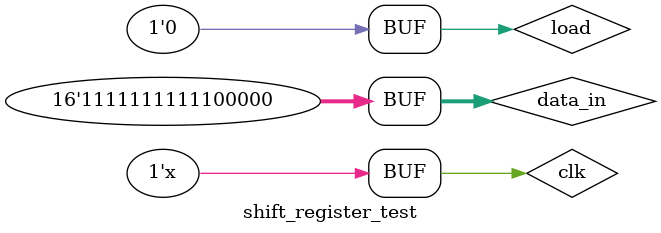
<source format=v>
`timescale 1ns/1ns

module SR_latch_wo_enable_test();
	reg S;
	reg R;
	wire Q;
	wire not_Q;
	SR_latch_wo_enable  uut(.S(S), .R(R), .Q(Q), .not_Q(not_Q));
	
	initial begin
		S=1; R=0; #200;
		S=0; R=0; #200;
		S=0; R=1; #200;
		S=0; R=0; #200;
		S=1; R=1; #200;
	end
endmodule

module SR_latch_w_enable_test();
	reg S;
	reg R;
	reg E;
	wire Q;
	wire not_Q;
	
	SR_latch_w_enable  uut(.S(S), .R(R), .E(E), .Q(Q), .not_Q(not_Q));
	
	initial begin
		S=0; E=0; R=0; #200;
		S=1; E=1; R=0; #200;
		S=0; E=1; R=1; #200;
		S=0; E=0; R=0; #200;
		S=0; E=1; R=0; #200;
		S=1; E=1; R=1; #200;
	end
endmodule

module D_latch_test();
    reg D, E;

    wire Q, Q_not;

    D_latch  uut(.D(D), .E(E), .Q(Q), .Q_not(Q_not));

    initial begin
        D=0; E=0; #125;
        D=0; E=1; #125;
        D=1; E=0; #125;
        D=1; E=1; #125;
        D=0; E=0; #125;
        D=0; E=1; #125;
        D=1; E=0; #125;
        D=1; E=1; #125;
    end
endmodule

module d_flip_flop_test();
    reg D, clk;
    wire Q, Q_not;

    D_flip_flop uut(.clk(clk), .D(D), .Q(Q), .Qnot(Q_not));

    initial begin
        D=0; clk=0; #125;
        D=0; clk=1; #125;
        D=1; clk=0; #125;
        D=1; clk=1; #125;
        D=0; clk=0; #125;
        D=0; clk=1; #125;
        D=1; clk=0; #125;
        D=1; clk=1; #125;
    end
endmodule

module jk_flip_flop_test();
	reg J;
	reg K;
	reg clk;
	wire Q;
	wire not_Q;
	
	JK_flip_flop uut(clk, J, K, Q, not_Q);

    initial clk = 1;
        always #50 clk = ~clk;
    
    initial begin 
     J= 1; K= 0;
     #100; J= 0; K= 1; 
     #100; J= 0; K= 0; 
     #100; J= 1; K=1;
     end
initial
  #1000 $finish;
endmodule

module async_up_counter_test;
    reg clk;
    wire [3:0] Q;
    reg J, K;

    asyn_up_counter uut (clk, J, K, Q);

    initial begin
        clk = 0;
        J = 0; K = 1; #10;
        J = 1; K = 1;
    end
    always begin
        #10 clk = ~clk;
    end
endmodule
module sync_up_counter_test;
    reg clk;
    wire [3:0] Q;

    syn_up_counter uut (clk, Q);

    initial begin
        clk = 0;
    end

    always begin
        #10 clk = ~clk;
    end
endmodule

module shift_register_test();
       reg [15:0] data_in;
       reg clk;
       reg load;
       wire Q;
       
       shift_register uut(.data_in(data_in), .clk(clk), .load(load), .Q(Q));
       
       initial begin
            clk=0;
            data_in=16'b1010101010101010; load=1; #8;
            load=0; #128;
            data_in=16'b1100110011001100; load=1; #8;
            load=0; #128;
            data_in=16'b1111000011110000; load=1; #8;
            load=0; #128;
            data_in=16'b1000000010000000; load=1; #8;
            load=0; #128;
            data_in=16'b1110000000000000; load=1; #8;
            load=0; #128;
            data_in=16'b1111111111100000; load=1; #8;
            load=0; #128;
        end
        
        always begin 
            #4; clk=~clk;
        end 
endmodule 
</source>
